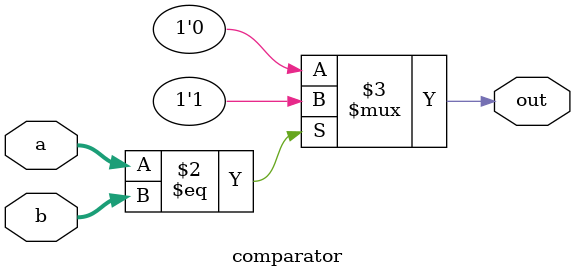
<source format=v>
/******************************************************************************
    * (C) Copyright 2014 Chair for Hardware/Software Co-Design,
    University of Erlangen-Nuremberg. All Rights Reserved
    *
    * MODULE:   comparator.v
    * DEVICE:     
    * PROJECT:  Global Controller 
    * AUTHOR:   Srinivas Boppu (Srinivas.Boppu@informatik.uni-erlangen.de)   
    * DATE:     
    *
    * ABSTRACT: This design compares the two input signals and produces the 
    *           output signal equals to logic 1 if both inputs are equal else
    *           logic 0.     
    *            
*******************************************************************************/

module comparator (a,b,out);
  
  parameter ITERATION_VARIABLE_WIDTH = 16; // default value. Ericles: The previous value was 8. Consequently the GC was able to do only 256 iteractions

  input signed [ITERATION_VARIABLE_WIDTH-1:0] a;
  input signed [ITERATION_VARIABLE_WIDTH-1:0] b;
  
  output out /* synthesis syn_keep = 1 */;
  reg out;

  always@(*)
    begin
        out = (a==b) ? 1'b1:1'b0; 
    end
endmodule

</source>
